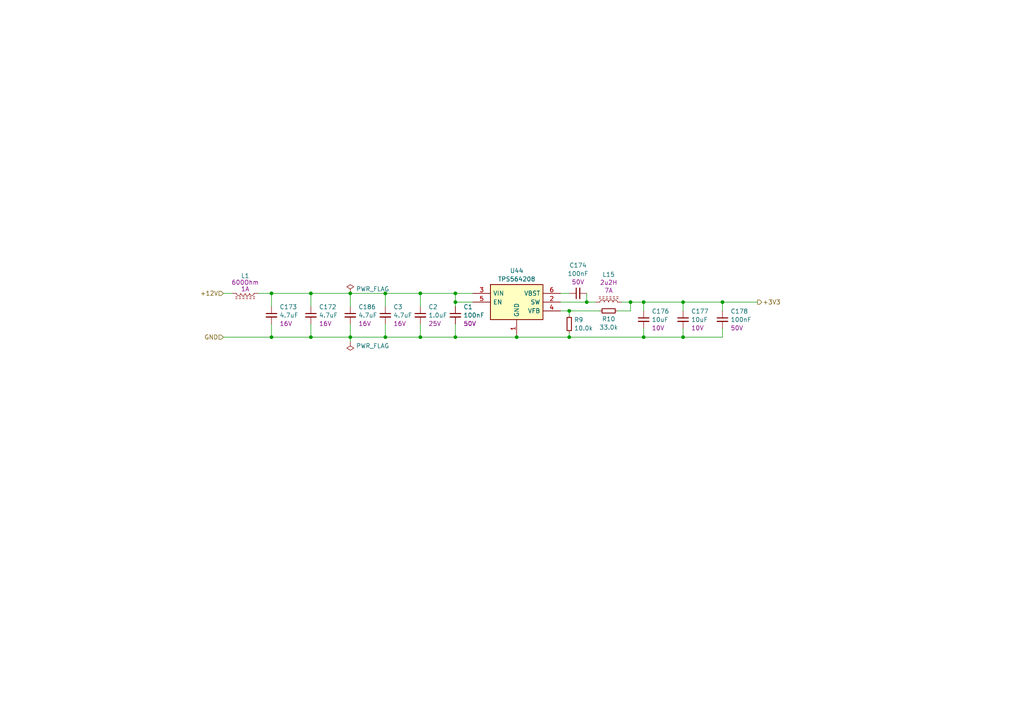
<source format=kicad_sch>
(kicad_sch (version 20231120) (generator "eeschema") (generator_version "8.0")
  (paper "A4")
  (title_block (title "CQ2") (date "2024-06-27") (rev "0"))
  (lib_symbols
    (symbol "-M130:M130-00004-00" (pin_numbers hide) (pin_names (offset 1.016) hide)
      (property "Reference" "L" (at -1.905 -1.905 90))
      (property "Value2" "2u2H" (at 3.175 -3.81 90))
      (property "Value3" "7A" (at 3.175 1.905 90))
      (property "Lifecycle" "2032" (at 0 0 0))
      (symbol "M130-00004-00_0_1"
        (arc (start 0 -2.54) (mid 0.6323 -1.905) (end 0 -1.27))
        (arc (start 0 -1.27) (mid 0.6323 -0.635) (end 0 0))
        (polyline (pts (xy 1.016 -2.794) (xy 1.016 -2.286)))
        (polyline (pts (xy 1.016 -1.778) (xy 1.016 -1.27)))
        (polyline (pts (xy 1.016 -0.762) (xy 1.016 -0.254)))
        (polyline (pts (xy 1.016 0.254) (xy 1.016 0.762)))
        (polyline (pts (xy 1.016 1.27) (xy 1.016 1.778)))
        (polyline (pts (xy 1.016 2.286) (xy 1.016 2.794)))
        (polyline (pts (xy 1.524 -2.286) (xy 1.524 -2.794)))
        (polyline (pts (xy 1.524 -1.27) (xy 1.524 -1.778)))
        (polyline (pts (xy 1.524 -0.254) (xy 1.524 -0.762)))
        (polyline (pts (xy 1.524 0.762) (xy 1.524 0.254)))
        (polyline (pts (xy 1.524 1.778) (xy 1.524 1.27)))
        (polyline (pts (xy 1.524 2.794) (xy 1.524 2.286)))
        (arc (start 0 0) (mid 0.6323 0.635) (end 0 1.27))
        (arc (start 0 1.27) (mid 0.6323 1.905) (end 0 2.54))
      )
      (symbol "M130-00004-00_1_1"
        (pin passive line (at 0 3.81 270) (length 1.27) (name "1") (number "1"))
        (pin passive line (at 0 -3.81 90) (length 1.27) (name "2") (number "2"))
      )
    )
    (symbol "-M131:M131-00002-00" (pin_numbers hide) (pin_names (offset 1.016) hide)
      (property "Reference" "L" (at -1.905 -1.905 90))
      (property "Value2" "600Ohm" (at 3.175 -3.81 90))
      (property "Value3" "1A" (at 3.175 1.905 90))
      (symbol "M131-00002-00_0_1"
        (arc (start 0 -2.54) (mid 0.6323 -1.905) (end 0 -1.27))
        (arc (start 0 -1.27) (mid 0.6323 -0.635) (end 0 0))
        (polyline (pts (xy 1.016 -2.794) (xy 1.016 -2.286)))
        (polyline (pts (xy 1.016 -1.778) (xy 1.016 -1.27)))
        (polyline (pts (xy 1.016 -0.762) (xy 1.016 -0.254)))
        (polyline (pts (xy 1.016 0.254) (xy 1.016 0.762)))
        (polyline (pts (xy 1.016 1.27) (xy 1.016 1.778)))
        (polyline (pts (xy 1.016 2.286) (xy 1.016 2.794)))
        (polyline (pts (xy 1.524 -2.286) (xy 1.524 -2.794)))
        (polyline (pts (xy 1.524 -1.27) (xy 1.524 -1.778)))
        (polyline (pts (xy 1.524 -0.254) (xy 1.524 -0.762)))
        (polyline (pts (xy 1.524 0.762) (xy 1.524 0.254)))
        (polyline (pts (xy 1.524 1.778) (xy 1.524 1.27)))
        (polyline (pts (xy 1.524 2.794) (xy 1.524 2.286)))
        (arc (start 0 0) (mid 0.6323 0.635) (end 0 1.27))
        (arc (start 0 1.27) (mid 0.6323 1.905) (end 0 2.54))
      )
      (symbol "M131-00002-00_1_1"
        (pin passive line (at 0 3.81 270) (length 1.27) (name "1") (number "1"))
        (pin passive line (at 0 -3.81 90) (length 1.27) (name "2") (number "2"))
      )
    )
    (symbol "-power:PWR_FLAG" (power) (pin_numbers hide) (pin_names (offset 0) hide)
      (property "Value" "PWR_FLAG" (at 0 3.81 0))
      (symbol "PWR_FLAG_0_0"
        (pin power_out line (at 0 0 90) (length 0) (name "pwr") (number "1"))
      )
      (symbol "PWR_FLAG_0_1"
        (polyline (pts (xy 0 0) (xy 0 1.27) (xy -1.016 1.905) (xy 0 2.54) (xy 1.016 1.905) (xy 0 1.27)))
      )
    )
    (symbol "ci4rail-database:capacitors/86" (pin_numbers hide) (pin_names (offset 0.254) hide)
      (property "Reference" "C" (at 0.254 1.778 0))
      (property "Value" "100nF" (at 0.254 -2.032 0))
      (property "Value2" "50V" (at 0 0 0))
      (symbol "capacitors/86_0_1"
        (polyline (pts (xy -1.524 -0.508) (xy 1.524 -0.508)) (stroke (width 0.3302)))
        (polyline (pts (xy -1.524 0.508) (xy 1.524 0.508)) (stroke (width 0.3048)))
      )
      (symbol "capacitors/86_1_1"
        (pin passive line (at 0 2.54 270) (length 2.032) (name "~") (number "1"))
        (pin passive line (at 0 -2.54 90) (length 2.032) (name "~") (number "2"))
      )
    )
    (symbol "ci4rail-database:capacitors/89" (pin_numbers hide) (pin_names (offset 0.254) hide)
      (property "Reference" "C" (at 0.254 1.778 0))
      (property "Value" "1.0uF" (at 0.254 -2.032 0))
      (property "Value2" "25V" (at 0 0 0))
      (symbol "capacitors/89_0_1"
        (polyline (pts (xy -1.524 -0.508) (xy 1.524 -0.508)) (stroke (width 0.3302)))
        (polyline (pts (xy -1.524 0.508) (xy 1.524 0.508)) (stroke (width 0.3048)))
      )
      (symbol "capacitors/89_1_1"
        (pin passive line (at 0 2.54 270) (length 2.032) (name "~") (number "1"))
        (pin passive line (at 0 -2.54 90) (length 2.032) (name "~") (number "2"))
      )
    )
    (symbol "ci4rail-database:capacitors/91" (pin_numbers hide) (pin_names (offset 0.254) hide)
      (property "Reference" "C" (at 0.254 1.778 0))
      (property "Value" "4.7uF" (at 0.254 -2.032 0))
      (property "Value2" "16V" (at 0 0 0))
      (symbol "capacitors/91_0_1"
        (polyline (pts (xy -1.524 -0.508) (xy 1.524 -0.508)) (stroke (width 0.3302)))
        (polyline (pts (xy -1.524 0.508) (xy 1.524 0.508)) (stroke (width 0.3048)))
      )
      (symbol "capacitors/91_1_1"
        (pin passive line (at 0 2.54 270) (length 2.032) (name "~") (number "1"))
        (pin passive line (at 0 -2.54 90) (length 2.032) (name "~") (number "2"))
      )
    )
    (symbol "ci4rail-database:capacitors/93" (pin_numbers hide) (pin_names (offset 0.254) hide)
      (property "Reference" "C" (at 0.254 1.778 0))
      (property "Value" "10uF" (at 0.254 -2.032 0))
      (property "Value2" "10V" (at 0 0 0))
      (symbol "capacitors/93_0_1"
        (polyline (pts (xy -1.524 -0.508) (xy 1.524 -0.508)) (stroke (width 0.3302)))
        (polyline (pts (xy -1.524 0.508) (xy 1.524 0.508)) (stroke (width 0.3048)))
      )
      (symbol "capacitors/93_1_1"
        (pin passive line (at 0 2.54 270) (length 2.032) (name "~") (number "1"))
        (pin passive line (at 0 -2.54 90) (length 2.032) (name "~") (number "2"))
      )
    )
    (symbol "ci4rail-database:integrated/51" (pin_names (offset 0.762))
      (property "Reference" "U" (at 0 10.16 0))
      (property "Value" "TPS564208" (at 0 7.62 0))
      (symbol "integrated/51_0_0"
        (pin passive line (at 0 -10.16 90) (length 5.08) (name "GND") (number "1"))
        (pin passive line (at -12.7 0 0) (length 5.08) (name "SW") (number "2"))
        (pin passive line (at 12.7 2.54 180) (length 5.08) (name "VIN") (number "3"))
        (pin passive line (at -12.7 -2.54 0) (length 5.08) (name "VFB") (number "4"))
        (pin passive line (at 12.7 0 180) (length 5.08) (name "EN") (number "5"))
        (pin passive line (at -12.7 2.54 0) (length 5.08) (name "VBST") (number "6"))
      )
      (symbol "integrated/51_1_1"
        (rectangle (start -7.62 5.08) (end 7.62 -5.08) (stroke (width 0.254)) (fill (type background)))
      )
    )
    (symbol "ci4rail-database:resistors/179" (pin_numbers hide) (pin_names (offset 0))
      (property "Reference" "R" (at 2.032 0 90))
      (property "Value" "10.0k" (at 0 0 90))
      (symbol "resistors/179_0_1"
        (rectangle (start -0.635 1.905) (end 0.635 -1.905) (stroke (width 0.254)))
      )
      (symbol "resistors/179_1_1"
        (pin passive line (at 0 2.54 270) (length 0.635) (name "~") (number "1"))
        (pin passive line (at 0 -2.54 90) (length 0.635) (name "~") (number "2"))
      )
    )
    (symbol "ci4rail-database:resistors/197" (pin_numbers hide) (pin_names (offset 0))
      (property "Reference" "R" (at 2.032 0 90))
      (property "Value" "33.0k" (at 0 0 90))
      (symbol "resistors/197_0_1"
        (rectangle (start -0.635 1.905) (end 0.635 -1.905) (stroke (width 0.254)))
      )
      (symbol "resistors/197_1_1"
        (pin passive line (at 0 2.54 270) (length 0.635) (name "~") (number "1"))
        (pin passive line (at 0 -2.54 90) (length 0.635) (name "~") (number "2"))
      )
    )
  )
  (junction (at 186.69 97.79))
  (junction (at 165.1 90.17))
  (junction (at 90.17 97.79))
  (junction (at 182.88 87.63))
  (junction (at 101.6 85.09))
  (junction (at 78.74 97.79))
  (junction (at 111.76 85.09))
  (junction (at 132.08 97.79))
  (junction (at 121.92 97.79))
  (junction (at 165.1 97.79))
  (junction (at 149.86 97.79))
  (junction (at 198.12 87.63))
  (junction (at 90.17 85.09))
  (junction (at 170.18 87.63))
  (junction (at 121.92 85.09))
  (junction (at 111.76 97.79))
  (junction (at 101.6 97.79))
  (junction (at 186.69 87.63))
  (junction (at 198.12 97.79))
  (junction (at 78.74 85.09))
  (junction (at 209.55 87.63))
  (junction (at 132.08 85.09))
  (junction (at 132.08 87.63))
  (wire (pts (xy 121.92 85.09) (xy 111.76 85.09)))
  (wire (pts (xy 101.6 97.79) (xy 101.6 99.06)))
  (wire (pts (xy 162.56 85.09) (xy 165.1 85.09)))
  (wire (pts (xy 186.69 90.17) (xy 186.69 87.63)))
  (wire (pts (xy 132.08 97.79) (xy 132.08 93.98)))
  (wire (pts (xy 121.92 93.98) (xy 121.92 97.79)))
  (wire (pts (xy 132.08 85.09) (xy 137.16 85.09)))
  (wire (pts (xy 90.17 88.9) (xy 90.17 85.09)))
  (wire (pts (xy 180.34 87.63) (xy 182.88 87.63)))
  (wire (pts (xy 101.6 85.09) (xy 101.6 88.9)))
  (wire (pts (xy 170.18 85.09) (xy 170.18 87.63)))
  (wire (pts (xy 162.56 87.63) (xy 170.18 87.63)))
  (wire (pts (xy 165.1 96.52) (xy 165.1 97.79)))
  (wire (pts (xy 198.12 95.25) (xy 198.12 97.79)))
  (wire (pts (xy 132.08 85.09) (xy 121.92 85.09)))
  (wire (pts (xy 64.77 85.09) (xy 67.31 85.09)))
  (wire (pts (xy 149.86 97.79) (xy 165.1 97.79)))
  (wire (pts (xy 132.08 87.63) (xy 132.08 85.09)))
  (wire (pts (xy 198.12 90.17) (xy 198.12 87.63)))
  (wire (pts (xy 209.55 95.25) (xy 209.55 97.79)))
  (wire (pts (xy 111.76 97.79) (xy 121.92 97.79)))
  (wire (pts (xy 165.1 91.44) (xy 165.1 90.17)))
  (wire (pts (xy 170.18 87.63) (xy 172.72 87.63)))
  (wire (pts (xy 132.08 87.63) (xy 137.16 87.63)))
  (wire (pts (xy 78.74 85.09) (xy 78.74 88.9)))
  (wire (pts (xy 179.07 90.17) (xy 182.88 90.17)))
  (wire (pts (xy 90.17 85.09) (xy 78.74 85.09)))
  (wire (pts (xy 165.1 90.17) (xy 162.56 90.17)))
  (wire (pts (xy 165.1 97.79) (xy 186.69 97.79)))
  (wire (pts (xy 132.08 88.9) (xy 132.08 87.63)))
  (wire (pts (xy 186.69 87.63) (xy 198.12 87.63)))
  (wire (pts (xy 186.69 95.25) (xy 186.69 97.79)))
  (wire (pts (xy 121.92 85.09) (xy 121.92 88.9)))
  (wire (pts (xy 209.55 87.63) (xy 209.55 90.17)))
  (wire (pts (xy 198.12 87.63) (xy 209.55 87.63)))
  (wire (pts (xy 101.6 93.98) (xy 101.6 97.79)))
  (wire (pts (xy 111.76 85.09) (xy 101.6 85.09)))
  (wire (pts (xy 90.17 97.79) (xy 78.74 97.79)))
  (wire (pts (xy 78.74 93.98) (xy 78.74 97.79)))
  (wire (pts (xy 90.17 93.98) (xy 90.17 97.79)))
  (wire (pts (xy 121.92 97.79) (xy 132.08 97.79)))
  (wire (pts (xy 198.12 97.79) (xy 209.55 97.79)))
  (wire (pts (xy 186.69 87.63) (xy 182.88 87.63)))
  (wire (pts (xy 64.77 97.79) (xy 78.74 97.79)))
  (wire (pts (xy 101.6 97.79) (xy 111.76 97.79)))
  (wire (pts (xy 101.6 85.09) (xy 90.17 85.09)))
  (wire (pts (xy 132.08 97.79) (xy 149.86 97.79)))
  (wire (pts (xy 182.88 90.17) (xy 182.88 87.63)))
  (wire (pts (xy 78.74 85.09) (xy 74.93 85.09)))
  (wire (pts (xy 209.55 87.63) (xy 219.71 87.63)))
  (wire (pts (xy 111.76 85.09) (xy 111.76 88.9)))
  (wire (pts (xy 165.1 90.17) (xy 173.99 90.17)))
  (wire (pts (xy 186.69 97.79) (xy 198.12 97.79)))
  (wire (pts (xy 90.17 97.79) (xy 101.6 97.79)))
  (wire (pts (xy 111.76 93.98) (xy 111.76 97.79)))
  (hierarchical_label "GND" (shape input) (at 64.77 97.79 180))
  (hierarchical_label "+12V" (shape input) (at 64.77 85.09 180))
  (hierarchical_label "+3V3" (shape output) (at 219.71 87.63 0))
  (symbol (lib_id "-M130:M130-00004-00") (at 176.53 87.63 270) (mirror x) (unit 1)
    (property "Reference" "L15" (at 176.53 79.629 90))
    (property "Value" "M130-00004-00" (effects (hide yes)))
    (property "Footprint" "1-special:M130-00004-00" (effects (hide yes)))
    (property "Matchcode" "Inductor_SMT_7x7x6mm_2u2H_7A_19mOhm" (effects (hide yes)))
    (property "Value2" "2u2H" (at 176.53 81.9404 90))
    (property "Value3" "7A" (at 176.53 84.2518 90))
    (property "Lifecycle" "2032" (effects (hide yes)))
  )
  (symbol (lib_id "ci4rail-database:capacitors/86") (at 167.64 85.09 90) (unit 1)
    (property "Reference" "C174" (at 167.6463 76.9592 90))
    (property "Value" "100nF" (at 167.6463 79.3835 90))
    (property "Footprint" "0-standard:0402-capacitor" (effects (hide yes)))
    (property "Description" "Multilayer Ceramic Capacitors" (effects (hide yes)))
    (property "Value1" "+/-10 %" (effects (hide yes)))
    (property "Value2" "50V" (at 167.6463 81.8078 90))
    (property "Value3" "X5R/X7R" (effects (hide yes)))
    (property "MPN" "n/a" (effects (hide yes)))
    (property "LTB" "9999" (effects (hide yes)))
    (property "ERP1" "capacitors-86" (effects (hide yes)))
    (property "ERP2" "110.42.410.050.0" (effects (hide yes)))
    (property "Cost" "0.02" (effects (hide yes)))
    (property "Lifecycle" "ERP1 pending" (effects (hide yes)))
    (property "Outline" "SMT 0402" (effects (hide yes)))
  )
  (symbol (lib_id "-power:PWR_FLAG") (at 101.6 85.09 0) (unit 1)
    (property "Reference" "#FLG05" (effects (hide yes)))
    (property "Value" "PWR_FLAG" (at 103.251 83.82 0) (effects (justify left)))
    (property "Description" "Special symbol for telling ERC where power comes from" (effects (hide yes)))
  )
  (symbol (lib_id "ci4rail-database:capacitors/93") (at 198.12 92.71 0) (unit 1)
    (property "Reference" "C177" (at 200.4441 90.292 0) (effects (justify left)))
    (property "Value" "10uF" (at 200.4441 92.7163 0) (effects (justify left)))
    (property "Footprint" "0-standard:0402-capacitor" (effects (hide yes)))
    (property "Description" "Multilayer Ceramic Capacitors" (effects (hide yes)))
    (property "Value1" "+/-20 %" (effects (hide yes)))
    (property "Value2" "10V" (at 200.4441 95.1406 0) (effects (justify left)))
    (property "Value3" "X5R" (effects (hide yes)))
    (property "MPN" "n/a" (effects (hide yes)))
    (property "LTB" "9999" (effects (hide yes)))
    (property "ERP1" "capacitors-93" (effects (hide yes)))
    (property "ERP2" "110.42.610.010.0" (effects (hide yes)))
    (property "Cost" "0.1" (effects (hide yes)))
    (property "Lifecycle" "ERP1 pending" (effects (hide yes)))
    (property "Outline" "SMT 0402" (effects (hide yes)))
  )
  (symbol (lib_id "ci4rail-database:capacitors/86") (at 209.55 92.71 0) (unit 1)
    (property "Reference" "C178" (at 211.8741 90.292 0) (effects (justify left)))
    (property "Value" "100nF" (at 211.8741 92.7163 0) (effects (justify left)))
    (property "Footprint" "0-standard:0402-capacitor" (effects (hide yes)))
    (property "Description" "Multilayer Ceramic Capacitors" (effects (hide yes)))
    (property "Value1" "+/-10 %" (effects (hide yes)))
    (property "Value2" "50V" (at 211.8741 95.1406 0) (effects (justify left)))
    (property "Value3" "X5R/X7R" (effects (hide yes)))
    (property "MPN" "n/a" (effects (hide yes)))
    (property "LTB" "9999" (effects (hide yes)))
    (property "ERP1" "capacitors-86" (effects (hide yes)))
    (property "ERP2" "110.42.410.050.0" (effects (hide yes)))
    (property "Cost" "0.02" (effects (hide yes)))
    (property "Lifecycle" "ERP1 pending" (effects (hide yes)))
    (property "Outline" "SMT 0402" (effects (hide yes)))
  )
  (symbol (lib_id "-power:PWR_FLAG") (at 101.6 99.06 180) (unit 1)
    (property "Reference" "#FLG04" (effects (hide yes)))
    (property "Value" "PWR_FLAG" (at 103.251 100.33 0) (effects (justify right)))
    (property "Description" "Special symbol for telling ERC where power comes from" (effects (hide yes)))
  )
  (symbol (lib_id "ci4rail-database:resistors/179") (at 165.1 93.98 0) (unit 1)
    (property "Reference" "R9" (at 166.497 92.7678 0) (effects (justify left)))
    (property "Value" "10.0k" (at 166.497 95.1921 0) (effects (justify left)))
    (property "Footprint" "0-standard:0402-resistor" (effects (hide yes)))
    (property "Description" "Thick film resistor" (effects (hide yes)))
    (property "Value1" "+/-1%" (effects (hide yes)))
    (property "Value2" "100 ppm" (effects (hide yes)))
    (property "Value3" "62.5 mW" (effects (hide yes)))
    (property "Value4" "50 V" (effects (hide yes)))
    (property "MPN" "n/a" (effects (hide yes)))
    (property "LTB" "9999" (effects (hide yes)))
    (property "ERP1" "resistors-179" (effects (hide yes)))
    (property "ERP2" "101.403.3100" (effects (hide yes)))
    (property "Lifecycle" "ERP1 pending" (effects (hide yes)))
    (property "Cost" "0.01" (effects (hide yes)))
    (property "Outline" "SMT 0402" (effects (hide yes)))
  )
  (symbol (lib_id "ci4rail-database:integrated/51") (at 149.86 87.63 0) (mirror y) (unit 1)
    (property "Reference" "U44" (at 149.86 78.5325 0))
    (property "Value" "TPS564208" (at 149.86 80.9568 0))
    (property "Footprint" "1-special:integrated-51" (effects (hide yes)))
    (property "Datasheet" "${KICAD_CI4RAIL_DATASHEET_DIR}/M164-00006-00" (effects (hide yes)))
    (property "Description" "Power Buck Regulator - SMT" (effects (hide yes)))
    (property "Value1" "4.5 to 17 V" (effects (hide yes)))
    (property "Value2" "0.76 to 7 V" (effects (hide yes)))
    (property "Value3" "4 A" (effects (hide yes)))
    (property "MPN" "TI TPS564208DDCR" (effects (hide yes)))
    (property "LTB" "2032" (effects (hide yes)))
    (property "ERP1" "M164-00006-00" (effects (hide yes)))
    (property "ERP2" "integrated-51" (effects (hide yes)))
    (property "Cost" "0.54" (effects (hide yes)))
    (property "Lifecycle" "released" (effects (hide yes)))
  )
  (symbol (lib_id "-M131:M131-00002-00") (at 71.12 85.09 270) (unit 1)
    (property "Reference" "L1" (at 71.12 80.01 90))
    (property "Value" "M131-00002-00" (effects (hide yes)))
    (property "Footprint" "0-standard:0805-inductor" (effects (hide yes)))
    (property "Matchcode" "Ferrit_SMT0805_100Mhz_600Ohm_1A" (effects (hide yes)))
    (property "Value2" "600Ohm" (at 71.12 81.915 90))
    (property "Value3" "1A" (at 71.12 83.82 90))
    (property "Lifecycle" "2032" (effects (hide yes)))
  )
  (symbol (lib_id "ci4rail-database:capacitors/89") (at 121.92 91.44 0) (unit 1)
    (property "Reference" "C2" (at 124.2441 89.022 0) (effects (justify left)))
    (property "Value" "1.0uF" (at 124.2441 91.4463 0) (effects (justify left)))
    (property "Footprint" "0-standard:0402-capacitor" (effects (hide yes)))
    (property "Description" "Multilayer Ceramic Capacitors" (effects (hide yes)))
    (property "Value1" "+/-20 %" (effects (hide yes)))
    (property "Value2" "25V" (at 124.2441 93.8706 0) (effects (justify left)))
    (property "Value3" "X5R" (effects (hide yes)))
    (property "MPN" "n/a" (effects (hide yes)))
    (property "LTB" "9999" (effects (hide yes)))
    (property "ERP1" "capacitors-89" (effects (hide yes)))
    (property "ERP2" "110.42.510.025.0" (effects (hide yes)))
    (property "Cost" "0.05" (effects (hide yes)))
    (property "Lifecycle" "ERP1 pending" (effects (hide yes)))
    (property "Outline" "SMT 0402" (effects (hide yes)))
  )
  (symbol (lib_id "ci4rail-database:capacitors/86") (at 132.08 91.44 0) (unit 1)
    (property "Reference" "C1" (at 134.4041 89.022 0) (effects (justify left)))
    (property "Value" "100nF" (at 134.4041 91.4463 0) (effects (justify left)))
    (property "Footprint" "0-standard:0402-capacitor" (effects (hide yes)))
    (property "Description" "Multilayer Ceramic Capacitors" (effects (hide yes)))
    (property "Value1" "+/-10 %" (effects (hide yes)))
    (property "Value2" "50V" (at 134.4041 93.8706 0) (effects (justify left)))
    (property "Value3" "X5R/X7R" (effects (hide yes)))
    (property "MPN" "n/a" (effects (hide yes)))
    (property "LTB" "9999" (effects (hide yes)))
    (property "ERP1" "capacitors-86" (effects (hide yes)))
    (property "ERP2" "110.42.410.050.0" (effects (hide yes)))
    (property "Cost" "0.02" (effects (hide yes)))
    (property "Lifecycle" "ERP1 pending" (effects (hide yes)))
    (property "Outline" "SMT 0402" (effects (hide yes)))
  )
  (symbol (lib_id "ci4rail-database:capacitors/91") (at 90.17 91.44 0) (unit 1)
    (property "Reference" "C172" (at 92.4941 89.022 0) (effects (justify left)))
    (property "Value" "4.7uF" (at 92.4941 91.4463 0) (effects (justify left)))
    (property "Footprint" "0-standard:0402-capacitor" (effects (hide yes)))
    (property "Description" "Multilayer Ceramic Capacitors" (effects (hide yes)))
    (property "Value1" "+/-20 %" (effects (hide yes)))
    (property "Value2" "16V" (at 92.4941 93.8706 0) (effects (justify left)))
    (property "Value3" "X5R" (effects (hide yes)))
    (property "MPN" "n/a" (effects (hide yes)))
    (property "LTB" "9999" (effects (hide yes)))
    (property "ERP1" "capacitors-91" (effects (hide yes)))
    (property "ERP2" "110.42.547.016.0" (effects (hide yes)))
    (property "Cost" "0.1" (effects (hide yes)))
    (property "Lifecycle" "ERP1 pending" (effects (hide yes)))
    (property "Outline" "SMT 0402" (effects (hide yes)))
  )
  (symbol (lib_id "ci4rail-database:resistors/197") (at 176.53 90.17 90) (unit 1)
    (property "Reference" "R10" (at 176.53 92.5251 90))
    (property "Value" "33.0k" (at 176.53 94.9494 90))
    (property "Footprint" "0-standard:0402-resistor" (effects (hide yes)))
    (property "Description" "Thick film resistor" (effects (hide yes)))
    (property "Value1" "+/-1%" (effects (hide yes)))
    (property "Value2" "100 ppm" (effects (hide yes)))
    (property "Value3" "62.5 mW" (effects (hide yes)))
    (property "Value4" "50 V" (effects (hide yes)))
    (property "MPN" "n/a" (effects (hide yes)))
    (property "LTB" "9999" (effects (hide yes)))
    (property "ERP1" "resistors-197" (effects (hide yes)))
    (property "ERP2" "101.403.3330" (effects (hide yes)))
    (property "Lifecycle" "ERP1 pending" (effects (hide yes)))
    (property "Cost" "0.01" (effects (hide yes)))
    (property "Outline" "SMT 0402" (effects (hide yes)))
  )
  (symbol (lib_id "ci4rail-database:capacitors/91") (at 78.74 91.44 0) (unit 1)
    (property "Reference" "C173" (at 81.0641 89.022 0) (effects (justify left)))
    (property "Value" "4.7uF" (at 81.0641 91.4463 0) (effects (justify left)))
    (property "Footprint" "0-standard:0402-capacitor" (effects (hide yes)))
    (property "Description" "Multilayer Ceramic Capacitors" (effects (hide yes)))
    (property "Value1" "+/-20 %" (effects (hide yes)))
    (property "Value2" "16V" (at 81.0641 93.8706 0) (effects (justify left)))
    (property "Value3" "X5R" (effects (hide yes)))
    (property "MPN" "n/a" (effects (hide yes)))
    (property "LTB" "9999" (effects (hide yes)))
    (property "ERP1" "capacitors-91" (effects (hide yes)))
    (property "ERP2" "110.42.547.016.0" (effects (hide yes)))
    (property "Cost" "0.1" (effects (hide yes)))
    (property "Lifecycle" "ERP1 pending" (effects (hide yes)))
    (property "Outline" "SMT 0402" (effects (hide yes)))
  )
  (symbol (lib_id "ci4rail-database:capacitors/91") (at 111.76 91.44 0) (unit 1)
    (property "Reference" "C3" (at 114.0841 89.022 0) (effects (justify left)))
    (property "Value" "4.7uF" (at 114.0841 91.4463 0) (effects (justify left)))
    (property "Footprint" "0-standard:0402-capacitor" (effects (hide yes)))
    (property "Description" "Multilayer Ceramic Capacitors" (effects (hide yes)))
    (property "Value1" "+/-20 %" (effects (hide yes)))
    (property "Value2" "16V" (at 114.0841 93.8706 0) (effects (justify left)))
    (property "Value3" "X5R" (effects (hide yes)))
    (property "MPN" "n/a" (effects (hide yes)))
    (property "LTB" "9999" (effects (hide yes)))
    (property "ERP1" "capacitors-91" (effects (hide yes)))
    (property "ERP2" "110.42.547.016.0" (effects (hide yes)))
    (property "Cost" "0.1" (effects (hide yes)))
    (property "Lifecycle" "ERP1 pending" (effects (hide yes)))
    (property "Outline" "SMT 0402" (effects (hide yes)))
  )
  (symbol (lib_id "ci4rail-database:capacitors/91") (at 101.6 91.44 0) (unit 1)
    (property "Reference" "C186" (at 103.9241 89.022 0) (effects (justify left)))
    (property "Value" "4.7uF" (at 103.9241 91.4463 0) (effects (justify left)))
    (property "Footprint" "0-standard:0402-capacitor" (effects (hide yes)))
    (property "Description" "Multilayer Ceramic Capacitors" (effects (hide yes)))
    (property "Value1" "+/-20 %" (effects (hide yes)))
    (property "Value2" "16V" (at 103.9241 93.8706 0) (effects (justify left)))
    (property "Value3" "X5R" (effects (hide yes)))
    (property "MPN" "n/a" (effects (hide yes)))
    (property "LTB" "9999" (effects (hide yes)))
    (property "ERP1" "capacitors-91" (effects (hide yes)))
    (property "ERP2" "110.42.547.016.0" (effects (hide yes)))
    (property "Cost" "0.1" (effects (hide yes)))
    (property "Lifecycle" "ERP1 pending" (effects (hide yes)))
    (property "Outline" "SMT 0402" (effects (hide yes)))
  )
  (symbol (lib_id "ci4rail-database:capacitors/93") (at 186.69 92.71 0) (unit 1)
    (property "Reference" "C176" (at 189.0141 90.292 0) (effects (justify left)))
    (property "Value" "10uF" (at 189.0141 92.7163 0) (effects (justify left)))
    (property "Footprint" "0-standard:0402-capacitor" (effects (hide yes)))
    (property "Description" "Multilayer Ceramic Capacitors" (effects (hide yes)))
    (property "Value1" "+/-20 %" (effects (hide yes)))
    (property "Value2" "10V" (at 189.0141 95.1406 0) (effects (justify left)))
    (property "Value3" "X5R" (effects (hide yes)))
    (property "MPN" "n/a" (effects (hide yes)))
    (property "LTB" "9999" (effects (hide yes)))
    (property "ERP1" "capacitors-93" (effects (hide yes)))
    (property "ERP2" "110.42.610.010.0" (effects (hide yes)))
    (property "Cost" "0.1" (effects (hide yes)))
    (property "Lifecycle" "ERP1 pending" (effects (hide yes)))
    (property "Outline" "SMT 0402" (effects (hide yes)))
  )
)
</source>
